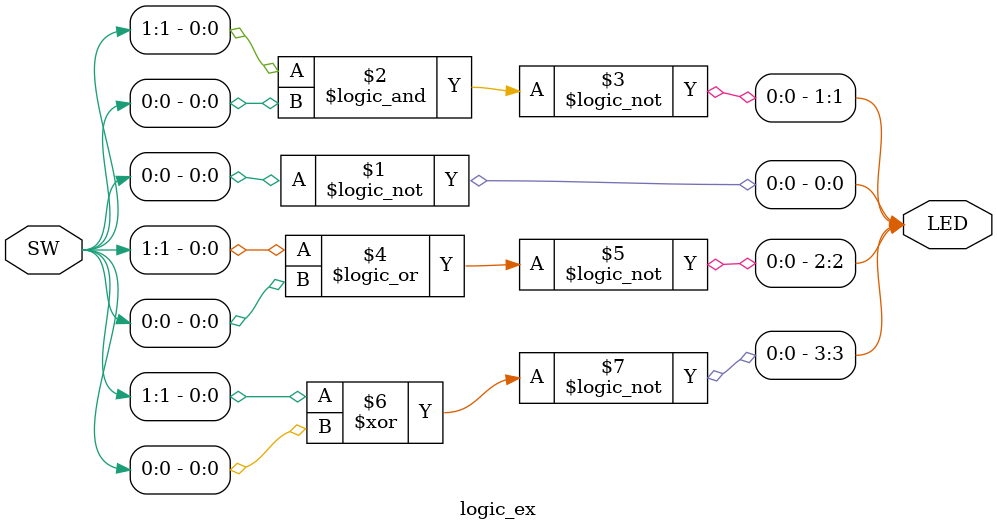
<source format=sv>
`timescale 1ns/10ps
module logic_ex
  (
   input  wire  [1:0]    SW,
   output logic [3:0]    LED
   
   );


  assign LED[0]  = !SW[0];
  assign LED[1]  = !(SW[1] && SW[0]);
  //assign LED[1]  = SW[1] & SW[0];
  //assign LED[1]  = (SW[1] == 1'b1) & (SW[0] == 1'b1);
  //assign LED[1]  = (SW[1] === 1'b1) & (SW[0] === 1'b1);
  //assign LED[1]  = &SW[1:0];
  assign LED[2]  = !(SW[1] || SW[0]);
  //assign LED[2]  = SW[1] | SW[0];
  //assign LED[2]  = (SW[1] == 1'b1) | (SW[0] == 1'b1);
  //assign LED[2]  = (SW[1] === 1'b1) | (SW[0] === 1'b1);
  //assign LED[2]  = |SW[1:0];
  assign LED[3]  = !(SW[1] ^ SW[0]);
  //assign LED[3]  = (SW[1] == 1'b1) ^ (SW[0] == 1'b1);
  //assign LED[3]  = (SW[1] === 1'b1) ^ (SW[0] === 1'b1);
  //assign LED[3]  = ^SW[1:0];
endmodule // logic_ex

</source>
